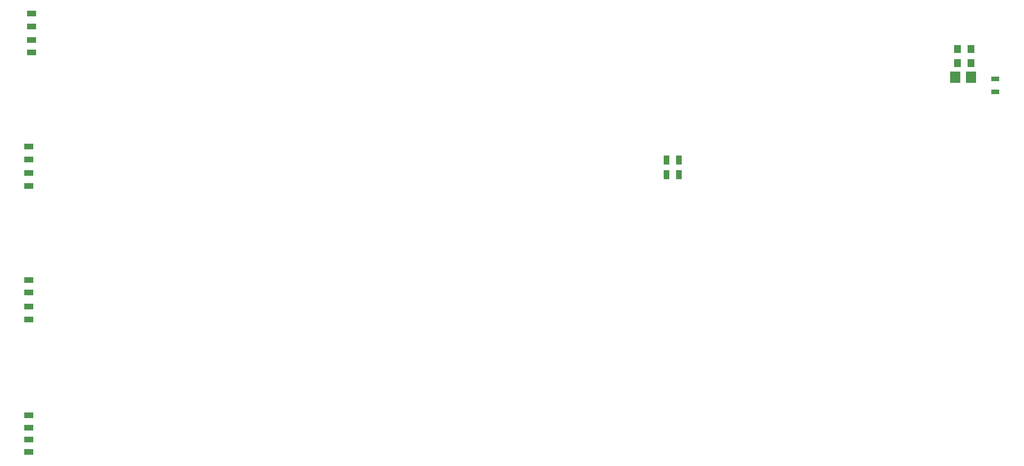
<source format=gbp>
G04 #@! TF.FileFunction,Paste,Bot*
%FSLAX46Y46*%
G04 Gerber Fmt 4.6, Leading zero omitted, Abs format (unit mm)*
G04 Created by KiCad (PCBNEW 4.0.4+e1-6308~48~ubuntu15.10.1-stable) date Wed Aug 23 09:17:44 2017*
%MOMM*%
%LPD*%
G01*
G04 APERTURE LIST*
%ADD10C,0.150000*%
%ADD11R,0.889000X1.397000*%
%ADD12R,1.397000X0.889000*%
%ADD13R,1.000000X1.250000*%
%ADD14R,1.549400X1.800860*%
%ADD15R,1.300000X0.700000*%
G04 APERTURE END LIST*
D10*
D11*
X168219500Y-86478600D03*
X170124500Y-86478600D03*
X168219500Y-84243400D03*
X170124500Y-84243400D03*
D12*
X72517000Y-84162900D03*
X72517000Y-82257900D03*
X72517000Y-86220300D03*
X72517000Y-88125300D03*
X72898000Y-64198500D03*
X72898000Y-62293500D03*
X72898000Y-66230500D03*
X72898000Y-68135500D03*
X72517000Y-124498100D03*
X72517000Y-122593100D03*
X72517000Y-126225300D03*
X72517000Y-128130300D03*
X72517000Y-104178100D03*
X72517000Y-102273100D03*
X72517000Y-106311700D03*
X72517000Y-108216700D03*
D13*
X211950000Y-67550000D03*
X213950000Y-67550000D03*
X211950000Y-69700000D03*
X213950000Y-69700000D03*
D14*
X213926020Y-71800000D03*
X211573980Y-71800000D03*
D15*
X217576400Y-74000400D03*
X217576400Y-72100400D03*
M02*

</source>
